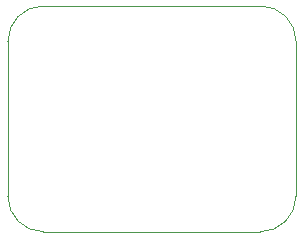
<source format=gm1>
%TF.GenerationSoftware,KiCad,Pcbnew,8.0.3*%
%TF.CreationDate,2025-03-25T09:51:50-05:00*%
%TF.ProjectId,HearingAid_ESP,48656172-696e-4674-9169-645f4553502e,rev?*%
%TF.SameCoordinates,Original*%
%TF.FileFunction,Profile,NP*%
%FSLAX46Y46*%
G04 Gerber Fmt 4.6, Leading zero omitted, Abs format (unit mm)*
G04 Created by KiCad (PCBNEW 8.0.3) date 2025-03-25 09:51:50*
%MOMM*%
%LPD*%
G01*
G04 APERTURE LIST*
%TA.AperFunction,Profile*%
%ADD10C,0.100000*%
%TD*%
G04 APERTURE END LIST*
D10*
X60079269Y-16916912D02*
X60079269Y-16916912D01*
G75*
G02*
X63079269Y-19916912I31J-2999988D01*
G01*
X63069269Y-33034272D01*
G75*
G02*
X60069269Y-36034272I-2999999J2D01*
G01*
X41673927Y-36028930D01*
G75*
G02*
X38680589Y-33035592I-27J2993330D01*
G01*
X38681909Y-19916912D01*
G75*
G02*
X41681909Y-16916912I2999991J12D01*
G01*
X60079269Y-16916912D01*
M02*

</source>
